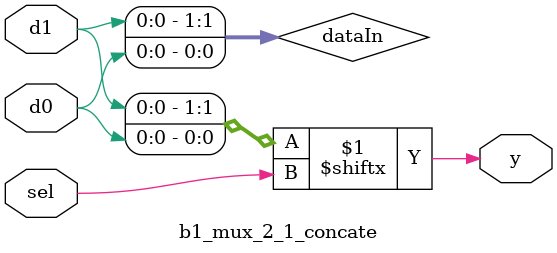
<source format=v>
module b1_mux_2_1_concate
(
    input  d0,
    input  d1,
    input  sel,
    output y
);
	 wire [1:0] dataIn;
    assign dataIn = {d1,d0};
	 assign y = dataIn[sel];
endmodule
</source>
